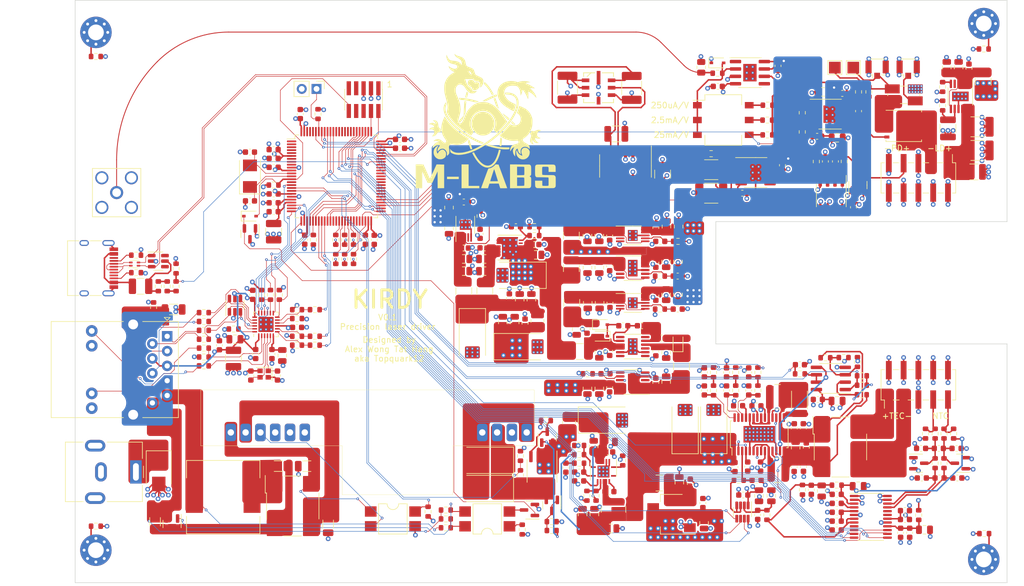
<source format=kicad_pcb>
(kicad_pcb (version 20211014) (generator pcbnew)

  (general
    (thickness 1.6)
  )

  (paper "A4")
  (layers
    (0 "F.Cu" signal)
    (1 "In1.Cu" signal)
    (2 "In2.Cu" signal)
    (31 "B.Cu" signal)
    (32 "B.Adhes" user "B.Adhesive")
    (33 "F.Adhes" user "F.Adhesive")
    (34 "B.Paste" user)
    (35 "F.Paste" user)
    (36 "B.SilkS" user "B.Silkscreen")
    (37 "F.SilkS" user "F.Silkscreen")
    (38 "B.Mask" user)
    (39 "F.Mask" user)
    (40 "Dwgs.User" user "User.Drawings")
    (41 "Cmts.User" user "User.Comments")
    (42 "Eco1.User" user "User.Eco1")
    (43 "Eco2.User" user "User.Eco2")
    (44 "Edge.Cuts" user)
    (45 "Margin" user)
    (46 "B.CrtYd" user "B.Courtyard")
    (47 "F.CrtYd" user "F.Courtyard")
    (48 "B.Fab" user)
    (49 "F.Fab" user)
    (50 "User.1" user)
    (51 "User.2" user)
    (52 "User.3" user)
    (53 "User.4" user)
    (54 "User.5" user)
    (55 "User.6" user)
    (56 "User.7" user)
    (57 "User.8" user)
    (58 "User.9" user)
  )

  (setup
    (stackup
      (layer "F.SilkS" (type "Top Silk Screen"))
      (layer "F.Paste" (type "Top Solder Paste"))
      (layer "F.Mask" (type "Top Solder Mask") (thickness 0.01))
      (layer "F.Cu" (type "copper") (thickness 0.035))
      (layer "dielectric 1" (type "core") (thickness 0.48) (material "FR4") (epsilon_r 4.5) (loss_tangent 0.02))
      (layer "In1.Cu" (type "copper") (thickness 0.035))
      (layer "dielectric 2" (type "prepreg") (thickness 0.48) (material "FR4") (epsilon_r 4.5) (loss_tangent 0.02))
      (layer "In2.Cu" (type "copper") (thickness 0.035))
      (layer "dielectric 3" (type "core") (thickness 0.48) (material "FR4") (epsilon_r 4.5) (loss_tangent 0.02))
      (layer "B.Cu" (type "copper") (thickness 0.035))
      (layer "B.Mask" (type "Bottom Solder Mask") (thickness 0.01))
      (layer "B.Paste" (type "Bottom Solder Paste"))
      (layer "B.SilkS" (type "Bottom Silk Screen"))
      (copper_finish "ENIG")
      (dielectric_constraints no)
    )
    (pad_to_mask_clearance 0)
    (pcbplotparams
      (layerselection 0x00010fc_ffffffff)
      (disableapertmacros false)
      (usegerberextensions false)
      (usegerberattributes true)
      (usegerberadvancedattributes true)
      (creategerberjobfile true)
      (svguseinch false)
      (svgprecision 6)
      (excludeedgelayer true)
      (plotframeref false)
      (viasonmask false)
      (mode 1)
      (useauxorigin false)
      (hpglpennumber 1)
      (hpglpenspeed 20)
      (hpglpendiameter 15.000000)
      (dxfpolygonmode true)
      (dxfimperialunits true)
      (dxfusepcbnewfont true)
      (psnegative false)
      (psa4output false)
      (plotreference true)
      (plotvalue true)
      (plotinvisibletext false)
      (sketchpadsonfab false)
      (subtractmaskfromsilk false)
      (outputformat 1)
      (mirror false)
      (drillshape 1)
      (scaleselection 1)
      (outputdirectory "")
    )
  )

  (net 0 "")
  (net 1 "+5VA")
  (net 2 "GND")
  (net 3 "Net-(C2-Pad2)")
  (net 4 "Net-(C5-Pad1)")
  (net 5 "Net-(C5-Pad2)")
  (net 6 "Net-(C6-Pad1)")
  (net 7 "+9VA")
  (net 8 "-6V")
  (net 9 "+15V")
  (net 10 "Net-(C13-Pad1)")
  (net 11 "Net-(C13-Pad2)")
  (net 12 "/MCU/PD_MON")
  (net 13 "/driveStage/PD_C")
  (net 14 "Net-(C17-Pad2)")
  (net 15 "Net-(C18-Pad1)")
  (net 16 "Net-(C19-Pad1)")
  (net 17 "+3V3")
  (net 18 "Net-(C21-Pad2)")
  (net 19 "Net-(C22-Pad1)")
  (net 20 "/MCU/VREF")
  (net 21 "+12V")
  (net 22 "Net-(C37-Pad2)")
  (net 23 "Net-(C38-Pad1)")
  (net 24 "Net-(C38-Pad2)")
  (net 25 "Net-(C40-Pad1)")
  (net 26 "Net-(C42-Pad2)")
  (net 27 "Net-(C43-Pad2)")
  (net 28 "-9V")
  (net 29 "IN")
  (net 30 "Net-(C50-Pad1)")
  (net 31 "Net-(C51-Pad1)")
  (net 32 "Net-(C52-Pad1)")
  (net 33 "Net-(C53-Pad1)")
  (net 34 "Net-(C54-Pad1)")
  (net 35 "Net-(C55-Pad1)")
  (net 36 "Net-(C69-Pad1)")
  (net 37 "Net-(C70-Pad1)")
  (net 38 "Net-(C71-Pad1)")
  (net 39 "Net-(C72-Pad1)")
  (net 40 "Net-(C73-Pad1)")
  (net 41 "Net-(C74-Pad1)")
  (net 42 "+9V")
  (net 43 "+8V")
  (net 44 "+3.3VA")
  (net 45 "/thermostat/DAC_REF")
  (net 46 "/thermostat/ADC_REF")
  (net 47 "/thermostat/ADC_A3V3")
  (net 48 "/thermostat/ADC_D3V3")
  (net 49 "Net-(C102-Pad1)")
  (net 50 "Net-(C103-Pad1)")
  (net 51 "Net-(C104-Pad1)")
  (net 52 "/thermostat/MAXV")
  (net 53 "/thermostat/MAXIP")
  (net 54 "/thermostat/MAXIN")
  (net 55 "Net-(C110-Pad1)")
  (net 56 "Net-(C115-Pad1)")
  (net 57 "Net-(C117-Pad1)")
  (net 58 "/MCU/TEC_ISEN")
  (net 59 "Net-(C119-Pad1)")
  (net 60 "/MCU/TEC_VREF")
  (net 61 "Net-(C122-Pad2)")
  (net 62 "Net-(C123-Pad2)")
  (net 63 "Net-(C125-Pad1)")
  (net 64 "+5V")
  (net 65 "Net-(C132-Pad2)")
  (net 66 "Net-(C133-Pad2)")
  (net 67 "Net-(C135-Pad2)")
  (net 68 "Net-(C136-Pad2)")
  (net 69 "Net-(C141-Pad1)")
  (net 70 "Net-(C145-Pad1)")
  (net 71 "Net-(C145-Pad2)")
  (net 72 "Net-(C146-Pad1)")
  (net 73 "Net-(C147-Pad1)")
  (net 74 "Net-(C148-Pad1)")
  (net 75 "Net-(C149-Pad1)")
  (net 76 "Net-(C149-Pad2)")
  (net 77 "Net-(C150-Pad1)")
  (net 78 "Net-(C151-Pad1)")
  (net 79 "Net-(C152-Pad1)")
  (net 80 "Net-(C152-Pad2)")
  (net 81 "Net-(C158-Pad1)")
  (net 82 "Net-(C162-Pad2)")
  (net 83 "Net-(C163-Pad2)")
  (net 84 "Net-(C164-Pad1)")
  (net 85 "/Ehternet/AVDDT_PHY")
  (net 86 "/Ehternet/ETH_SHIELD")
  (net 87 "Net-(D1-Pad2)")
  (net 88 "/MCU/MCU_RSTn")
  (net 89 "/MCU/RST")
  (net 90 "Net-(FB12-Pad1)")
  (net 91 "Net-(FB12-Pad2)")
  (net 92 "/thermostat/TEC+")
  (net 93 "/thermostat/TEC-")
  (net 94 "Net-(J7-PadA7)")
  (net 95 "Net-(J7-PadA6)")
  (net 96 "/MCU/USB_DP")
  (net 97 "/MCU/USB_DN")
  (net 98 "Net-(J1-Pad1)")
  (net 99 "Net-(J2-Pad1)")
  (net 100 "/MCU/SWDIO")
  (net 101 "/MCU/SWCLK")
  (net 102 "unconnected-(J4-Pad6)")
  (net 103 "unconnected-(J4-Pad7)")
  (net 104 "unconnected-(J4-Pad8)")
  (net 105 "unconnected-(J4-Pad9)")
  (net 106 "Net-(J6-Pad1)")
  (net 107 "Net-(J6-Pad2)")
  (net 108 "Net-(J6-Pad3)")
  (net 109 "Net-(J6-Pad6)")
  (net 110 "/Ehternet/POE_VC-")
  (net 111 "/Ehternet/POE_VC+")
  (net 112 "Net-(J6-Pad11)")
  (net 113 "Net-(J6-Pad13)")
  (net 114 "Net-(J7-PadA5)")
  (net 115 "unconnected-(J7-PadA8)")
  (net 116 "Net-(J7-PadB5)")
  (net 117 "unconnected-(J7-PadB8)")
  (net 118 "/driveStage/LD-")
  (net 119 "/thermostat/NTC+")
  (net 120 "/thermostat/NTC-")
  (net 121 "Net-(JP1-Pad1)")
  (net 122 "Net-(L2-Pad1)")
  (net 123 "Net-(L3-Pad1)")
  (net 124 "Net-(Q1-Pad1)")
  (net 125 "Net-(Q2-Pad3)")
  (net 126 "Net-(Q3-Pad1)")
  (net 127 "Net-(Q4-Pad1)")
  (net 128 "Net-(Q5-Pad4)")
  (net 129 "Net-(Q6-Pad1)")
  (net 130 "Net-(R4-Pad1)")
  (net 131 "Net-(R4-Pad2)")
  (net 132 "Net-(R5-Pad1)")
  (net 133 "Net-(R6-Pad1)")
  (net 134 "Net-(R7-Pad2)")
  (net 135 "Net-(R10-Pad2)")
  (net 136 "/MCU/PD_BIAS")
  (net 137 "Net-(R14-Pad2)")
  (net 138 "Net-(R15-Pad2)")
  (net 139 "Net-(R16-Pad2)")
  (net 140 "Net-(R17-Pad2)")
  (net 141 "Net-(R18-Pad2)")
  (net 142 "Net-(R19-Pad2)")
  (net 143 "Net-(R24-Pad2)")
  (net 144 "Net-(R29-Pad2)")
  (net 145 "Net-(R30-Pad2)")
  (net 146 "/MCU/PWM_MAXV")
  (net 147 "/MCU/PWM_MAXIP")
  (net 148 "/MCU/PWM_MAXIN")
  (net 149 "Net-(R41-Pad1)")
  (net 150 "Net-(R42-Pad2)")
  (net 151 "Net-(R45-Pad1)")
  (net 152 "Net-(R46-Pad2)")
  (net 153 "/MCU/TEC_VSEN")
  (net 154 "Net-(R48-Pad2)")
  (net 155 "Net-(R56-Pad2)")
  (net 156 "Net-(R57-Pad2)")
  (net 157 "Net-(R60-Pad2)")
  (net 158 "Net-(R63-Pad1)")
  (net 159 "Net-(R65-Pad1)")
  (net 160 "/MCU/AT_EVENT")
  (net 161 "/MCU/POE_PWR_SRC")
  (net 162 "/Ehternet/RMII_RXD0")
  (net 163 "Net-(R73-Pad2)")
  (net 164 "/Ehternet/RMII_RXD1")
  (net 165 "Net-(R74-Pad2)")
  (net 166 "/Ehternet/RMII_CRS_DV")
  (net 167 "Net-(R75-Pad2)")
  (net 168 "/Ehternet/RMII_REF_CLK")
  (net 169 "Net-(R76-Pad2)")
  (net 170 "/Ehternet/RMII_MDIO")
  (net 171 "Net-(R82-Pad2)")
  (net 172 "/Ehternet/ETH_LED_1")
  (net 173 "Net-(R84-Pad1)")
  (net 174 "/Ehternet/PHY_TD_P")
  (net 175 "/Ehternet/PHY_TD_N")
  (net 176 "/Ehternet/PHY_RD_P")
  (net 177 "/Ehternet/PHY_RD_N")
  (net 178 "/Ehternet/ETH_LED_2")
  (net 179 "Net-(R94-Pad2)")
  (net 180 "Net-(R95-Pad1)")
  (net 181 "/MCU/USB_VBUS")
  (net 182 "/MCU/LDAC_LOAD")
  (net 183 "/MCU/LDAC_CLK")
  (net 184 "/MCU/LDAC_MOSI")
  (net 185 "/MCU/LDAC_CS")
  (net 186 "/MCU/TADC_SYNC")
  (net 187 "/MCU/TADC_MISO")
  (net 188 "/MCU/TDAC_MOSI")
  (net 189 "/MCU/TADC_CLK")
  (net 190 "/MCU/TDAC_CLK")
  (net 191 "/MCU/TADC_CS")
  (net 192 "/MCU/TDAC_SYNC")
  (net 193 "/MCU/TADC_MOSI")
  (net 194 "Net-(U1-Pad6)")
  (net 195 "unconnected-(U2-Pad1)")
  (net 196 "unconnected-(U2-Pad9)")
  (net 197 "unconnected-(U2-Pad13)")
  (net 198 "unconnected-(U5-Pad7)")
  (net 199 "unconnected-(U7-Pad1)")
  (net 200 "unconnected-(U7-Pad2)")
  (net 201 "unconnected-(U7-Pad3)")
  (net 202 "unconnected-(U7-Pad4)")
  (net 203 "unconnected-(U7-Pad5)")
  (net 204 "unconnected-(U7-Pad7)")
  (net 205 "unconnected-(U7-Pad8)")
  (net 206 "unconnected-(U7-Pad9)")
  (net 207 "unconnected-(U7-Pad15)")
  (net 208 "/Ehternet/RMII_MDC")
  (net 209 "/Ehternet/PHY_NRST")
  (net 210 "/MCU/TEC_SHDN")
  (net 211 "unconnected-(U7-Pad37)")
  (net 212 "unconnected-(U7-Pad38)")
  (net 213 "unconnected-(U7-Pad45)")
  (net 214 "unconnected-(U7-Pad46)")
  (net 215 "/Ehternet/RMII_TX_EN")
  (net 216 "/Ehternet/RMII_TXD0")
  (net 217 "/Ehternet/RMII_TXD1")
  (net 218 "unconnected-(U7-Pad56)")
  (net 219 "unconnected-(U7-Pad57)")
  (net 220 "unconnected-(U7-Pad58)")
  (net 221 "unconnected-(U7-Pad59)")
  (net 222 "unconnected-(U7-Pad60)")
  (net 223 "unconnected-(U7-Pad61)")
  (net 224 "unconnected-(U7-Pad62)")
  (net 225 "unconnected-(U7-Pad63)")
  (net 226 "unconnected-(U7-Pad64)")
  (net 227 "unconnected-(U7-Pad65)")
  (net 228 "unconnected-(U7-Pad66)")
  (net 229 "unconnected-(U7-Pad67)")
  (net 230 "unconnected-(U7-Pad69)")
  (net 231 "unconnected-(U7-Pad82)")
  (net 232 "unconnected-(U7-Pad83)")
  (net 233 "unconnected-(U7-Pad84)")
  (net 234 "unconnected-(U7-Pad85)")
  (net 235 "unconnected-(U7-Pad86)")
  (net 236 "unconnected-(U7-Pad87)")
  (net 237 "unconnected-(U7-Pad88)")
  (net 238 "unconnected-(U7-Pad96)")
  (net 239 "unconnected-(U7-Pad97)")
  (net 240 "unconnected-(U7-Pad98)")
  (net 241 "unconnected-(U9-Pad1)")
  (net 242 "unconnected-(U9-Pad3)")
  (net 243 "unconnected-(U9-Pad6)")
  (net 244 "unconnected-(U9-Pad7)")
  (net 245 "unconnected-(U9-Pad12)")
  (net 246 "unconnected-(U10-Pad5)")
  (net 247 "unconnected-(U11-Pad4)")
  (net 248 "unconnected-(U12-Pad5)")
  (net 249 "unconnected-(U13-Pad5)")
  (net 250 "unconnected-(U14-Pad4)")
  (net 251 "unconnected-(U15-Pad4)")
  (net 252 "unconnected-(U15-Pad7)")
  (net 253 "unconnected-(U16-Pad4)")
  (net 254 "unconnected-(U18-Pad9)")
  (net 255 "unconnected-(U18-Pad10)")
  (net 256 "unconnected-(U18-Pad19)")
  (net 257 "unconnected-(U18-Pad20)")
  (net 258 "Net-(U19-Pad5)")
  (net 259 "unconnected-(U22-Pad14)")
  (net 260 "Net-(U23-Pad3)")
  (net 261 "unconnected-(U23-Pad4)")
  (net 262 "unconnected-(U23-Pad5)")
  (net 263 "unconnected-(U23-Pad6)")
  (net 264 "unconnected-(U23-Pad9)")
  (net 265 "unconnected-(U28-Pad4)")
  (net 266 "unconnected-(U28-Pad6)")
  (net 267 "Net-(C35-Pad1)")
  (net 268 "Net-(J3-Pad1)")
  (net 269 "Net-(H1-Pad1)")
  (net 270 "Net-(H2-Pad1)")
  (net 271 "Net-(H3-Pad1)")
  (net 272 "Net-(H4-Pad1)")

  (footprint "Connector_RJ:RJ45_Abracon_ARJP11A-MA_Horizontal" (layer "F.Cu") (at 15.7964 57.6926 -90))

  (footprint "Resistor_SMD:R_0603_1608Metric" (layer "F.Cu") (at 38.1008 53.117 180))

  (footprint "Resistor_SMD:R_0603_1608Metric" (layer "F.Cu") (at 63.6448 87.521 180))

  (footprint "Resistor_SMD:R_0603_1608Metric" (layer "F.Cu") (at 81.816 89.515))

  (footprint "Capacitor_SMD:C_0603_1608Metric" (layer "F.Cu") (at 38.1008 56.165))

  (footprint "Capacitor_SMD:C_0603_1608Metric" (layer "F.Cu") (at 148.4148 82.022 180))

  (footprint "Package_TO_SOT_SMD:SOT-23" (layer "F.Cu") (at 81.054 75.0116 90))

  (footprint "Capacitor_SMD:C_0805_2012Metric" (layer "F.Cu") (at 107.978 89.7436 -90))

  (footprint "Inductor_SMD:L_1210_3225Metric" (layer "F.Cu") (at 34.077 39.728 90))

  (footprint "Capacitor_SMD:C_0603_1608Metric" (layer "F.Cu") (at 111.8388 63.8864 90))

  (footprint "Capacitor_SMD:C_0603_1608Metric" (layer "F.Cu") (at 66.7284 42.5348))

  (footprint "Package_QFP:LQFP-100_14x14mm_P0.5mm" (layer "F.Cu") (at 44.831 30.226))

  (footprint "Capacitor_SMD:C_0603_1608Metric" (layer "F.Cu") (at 115.6488 63.8864 90))

  (footprint "Resistor_SMD:R_0603_1608Metric" (layer "F.Cu") (at 38.1008 54.641 180))

  (footprint "Capacitor_SMD:C_0603_1608Metric" (layer "F.Cu") (at 108.0288 66.9852 90))

  (footprint "Capacitor_SMD:C_0805_2012Metric" (layer "F.Cu") (at 86.106 56.4874 -90))

  (footprint "Resistor_SMD:R_0603_1608Metric" (layer "F.Cu") (at 118.773 88.372 -90))

  (footprint "Resistor_SMD:R_0603_1608Metric" (layer "F.Cu") (at 41.1488 53.117 180))

  (footprint "Resistor_SMD:R_0603_1608Metric" (layer "F.Cu") (at 144.8334 88.385 90))

  (footprint "Resistor_SMD:R_0603_1608Metric" (layer "F.Cu") (at 113.4136 63.8864 -90))

  (footprint "Resistor_SMD:R_0603_1608Metric" (layer "F.Cu") (at 156.0094 8.362 180))

  (footprint "Capacitor_SMD:C_0603_1608Metric" (layer "F.Cu") (at 91.7702 60.211 90))

  (footprint "Diode_SMD:D_SMB" (layer "F.Cu") (at 14.351 80.899 -90))

  (footprint "Capacitor_SMD:C_0603_1608Metric" (layer "F.Cu") (at 66.7284 34.6354))

  (footprint "Inductor_SMD:L_Wuerth_WE-PD-Typ-LS" (layer "F.Cu") (at 25.4168 85.307))

  (footprint "Capacitor_SMD:C_0805_2012Metric" (layer "F.Cu") (at 70.2768 46.5043 180))

  (footprint "Package_SO:SOIC-8-1EP_3.9x4.9mm_P1.27mm_EP2.29x3mm" (layer "F.Cu") (at 115.852 12.426))

  (footprint "Capacitor_SMD:C_0805_2012Metric" (layer "F.Cu") (at 89.0296 76.5864 90))

  (footprint "Package_TO_SOT_SMD:SOT-23-6" (layer "F.Cu") (at 27.4328 52.355 90))

  (footprint "Resistor_SMD:R_0603_1608Metric" (layer "F.Cu") (at 47.793 41.122 90))

  (footprint "Capacitor_SMD:C_1812_4532Metric" (layer "F.Cu") (at 154.94 25.781))

  (footprint "Resistor_SMD:R_0603_1608Metric" (layer "F.Cu") (at 109.6036 63.8864 -90))

  (footprint "Resistor_SMD:R_0603_1608Metric" (layer "F.Cu") (at 100.4062 47.3586))

  (footprint "Capacitor_SMD:C_0603_1608Metric" (layer "F.Cu") (at 130.7618 89.4264 180))

  (footprint "Capacitor_SMD:C_0603_1608Metric" (layer "F.Cu") (at 91.7702 45.6444 -90))

  (footprint "Capacitor_SMD:C_0603_1608Metric" (layer "F.Cu") (at 117.186 88.3466 -90))

  (footprint "Capacitor_SMD:C_0603_1608Metric" (layer "F.Cu") (at 100.457 41.3896 180))

  (footprint "Capacitor_SMD:C_0805_2012Metric" (layer "F.Cu") (at 151.684 11.524 90))

  (footprint "Resistor_SMD:R_0603_1608Metric" (layer "F.Cu") (at 17.3254 46.0556 -90))

  (footprint "Resistor_SMD:R_0603_1608Metric" (layer "F.Cu") (at 117.2236 66.9852 -90))

  (footprint "Resistor_SMD:R_0603_1608Metric" (layer "F.Cu") (at 78.8442 38.875))

  (footprint "Capacitor_SMD:C_0603_1608Metric" (layer "F.Cu") (at 94.107 55.88))

  (footprint "Connector_Coaxial:SMA_Amphenol_132203-12_Horizontal" (layer "F.Cu") (at 7.1176 33.02 90))

  (footprint "Inductor_SMD:L_1210_3225Metric" (layer "F.Cu") (at 70.3352 49.924 90))

  (footprint "Resistor_SMD:R_0603_1608Metric" (layer "F.Cu") (at 89.436 85.07 90))

  (footprint "Capacitor_SMD:C_0805_2012Metric" (layer "F.Cu")
    (tedit 5F68FEEE) (tstamp 1e4dc07e-2b74-4fa8-a6a1-96dea624930c)
    (at 101.473 60.465 -90)
... [4227948 chars truncated]
</source>
